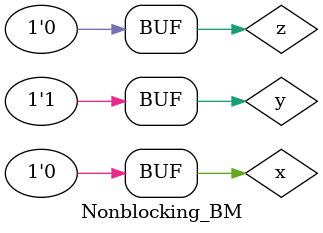
<source format=v>
`timescale 1ns / 1ps
module Nonblocking_BM();
reg x,y,z;
initial begin
x<=#5 1'b0;
y<=#3 1'b1;
z<=#6 1'b0;
end
endmodule

</source>
